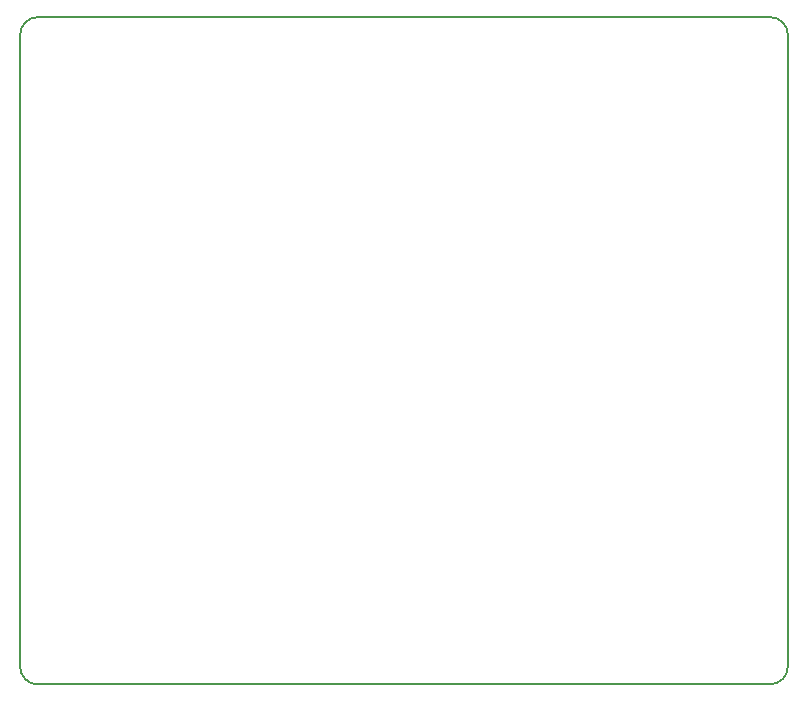
<source format=gm1>
G04 #@! TF.FileFunction,Profile,NP*
%FSLAX46Y46*%
G04 Gerber Fmt 4.6, Leading zero omitted, Abs format (unit mm)*
G04 Created by KiCad (PCBNEW 4.0.7) date Sunday, 07. January 2018 'u10' 22:10:40*
%MOMM*%
%LPD*%
G01*
G04 APERTURE LIST*
%ADD10C,0.100000*%
%ADD11C,0.150000*%
G04 APERTURE END LIST*
D10*
D11*
X129500000Y-71500000D02*
X191500000Y-71500000D01*
X128000000Y-126500000D02*
X128000000Y-73000000D01*
X191500000Y-128000000D02*
X129500000Y-128000000D01*
X193000000Y-73000000D02*
X193000000Y-126500000D01*
X129500000Y-71500000D02*
G75*
G03X128000000Y-73000000I0J-1500000D01*
G01*
X128000000Y-126500000D02*
G75*
G03X129500000Y-128000000I1500000J0D01*
G01*
X191500000Y-128000000D02*
G75*
G03X193000000Y-126500000I0J1500000D01*
G01*
X193000000Y-73000000D02*
G75*
G03X191500000Y-71500000I-1500000J0D01*
G01*
M02*

</source>
